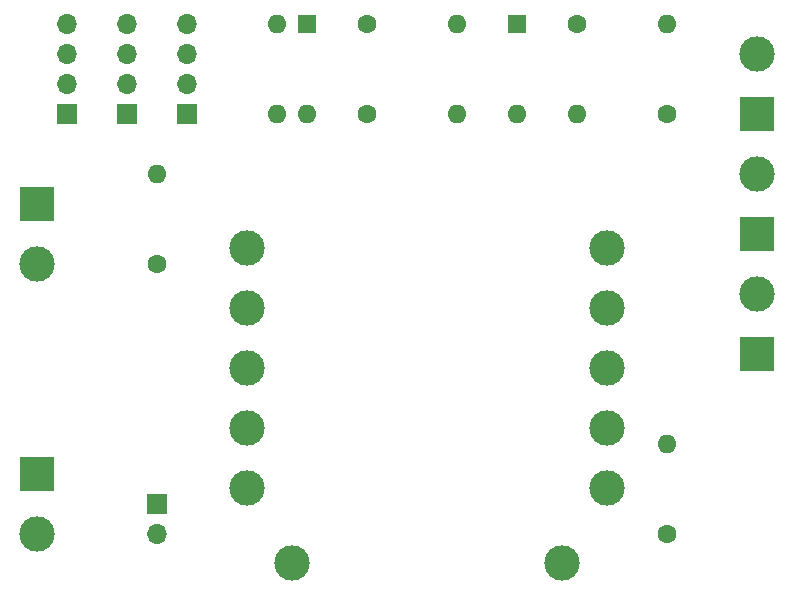
<source format=gbr>
%TF.GenerationSoftware,KiCad,Pcbnew,(6.0.7)*%
%TF.CreationDate,2023-01-13T08:14:30+01:00*%
%TF.ProjectId,VolvoPenta Digitalization,566f6c76-6f50-4656-9e74-612044696769,rev?*%
%TF.SameCoordinates,Original*%
%TF.FileFunction,Soldermask,Bot*%
%TF.FilePolarity,Negative*%
%FSLAX46Y46*%
G04 Gerber Fmt 4.6, Leading zero omitted, Abs format (unit mm)*
G04 Created by KiCad (PCBNEW (6.0.7)) date 2023-01-13 08:14:30*
%MOMM*%
%LPD*%
G01*
G04 APERTURE LIST*
%ADD10C,3.000000*%
%ADD11C,1.600000*%
%ADD12O,1.600000X1.600000*%
%ADD13R,1.700000X1.700000*%
%ADD14O,1.700000X1.700000*%
%ADD15R,3.000000X3.000000*%
%ADD16R,1.600000X1.600000*%
G04 APERTURE END LIST*
D10*
%TO.C,U1*%
X114300000Y-84995000D03*
X114300000Y-74835000D03*
X114300000Y-69755000D03*
X114300000Y-64675000D03*
X144780000Y-64675000D03*
X144780000Y-69755000D03*
X144780000Y-74835000D03*
X144780000Y-79915000D03*
X144780000Y-84995000D03*
X114300000Y-79915000D03*
X118110000Y-91345000D03*
X140970000Y-91345000D03*
%TD*%
D11*
%TO.C,R1*%
X106680000Y-66040000D03*
D12*
X106680000Y-58420000D03*
%TD*%
D13*
%TO.C,SSD1306*%
X104140000Y-53340000D03*
D14*
X104140000Y-50800000D03*
X104140000Y-48260000D03*
X104140000Y-45720000D03*
%TD*%
D11*
%TO.C,R4*%
X142240000Y-45720000D03*
D12*
X149860000Y-45720000D03*
%TD*%
D15*
%TO.C,JC3*%
X157480000Y-53340000D03*
D10*
X157480000Y-48260000D03*
%TD*%
D15*
%TO.C,JC4*%
X157480000Y-73660000D03*
D10*
X157480000Y-68580000D03*
%TD*%
D15*
%TO.C,JC2*%
X96520000Y-60960000D03*
D10*
X96520000Y-66040000D03*
%TD*%
D16*
%TO.C,U2*%
X119380000Y-45740000D03*
D12*
X116840000Y-45740000D03*
X116840000Y-53360000D03*
X119380000Y-53360000D03*
%TD*%
D15*
%TO.C,JC12V1*%
X96520000Y-83820000D03*
D10*
X96520000Y-88900000D03*
%TD*%
D13*
%TO.C,JUSB_Conv1*%
X106680000Y-86360000D03*
D14*
X106680000Y-88900000D03*
%TD*%
D15*
%TO.C,JC5*%
X157480000Y-63500000D03*
D10*
X157480000Y-58420000D03*
%TD*%
D16*
%TO.C,D1*%
X137160000Y-45720000D03*
D12*
X137160000Y-53340000D03*
%TD*%
D13*
%TO.C,BMP280*%
X109220000Y-53340000D03*
D14*
X109220000Y-50800000D03*
X109220000Y-48260000D03*
X109220000Y-45720000D03*
%TD*%
D11*
%TO.C,R3*%
X149860000Y-88900000D03*
D12*
X149860000Y-81280000D03*
%TD*%
D11*
%TO.C,R6*%
X124460000Y-53340000D03*
D12*
X132080000Y-53340000D03*
%TD*%
D11*
%TO.C,R5*%
X124460000Y-45720000D03*
D12*
X132080000Y-45720000D03*
%TD*%
D13*
%TO.C,I2C1*%
X99060000Y-53340000D03*
D14*
X99060000Y-50800000D03*
X99060000Y-48260000D03*
X99060000Y-45720000D03*
%TD*%
D11*
%TO.C,R2*%
X149860000Y-53340000D03*
D12*
X142240000Y-53340000D03*
%TD*%
M02*

</source>
